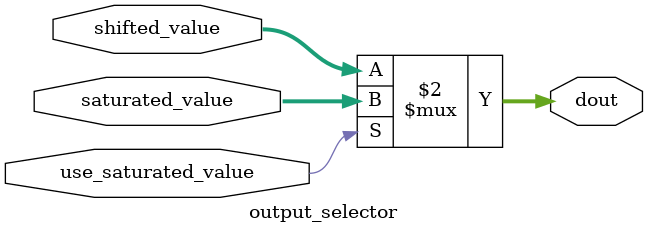
<source format=sv>
module saturating_shifter (
    input [7:0] din,
    input [2:0] shift,
    output [7:0] dout
);
    // 控制信号
    wire use_saturated_value;
    wire [7:0] shifted_value;
    wire [7:0] saturated_value;

    // 子模块实例化
    shift_controller u_shift_controller (
        .shift(shift),
        .use_saturated_value(use_saturated_value)
    );

    // 替换简单的移位操作为基于Karatsuba算法的乘法
    karatsuba_multiplier u_shift_operator (
        .din(din),
        .shift(shift),
        .result(shifted_value)
    );

    saturator u_saturator (
        .saturated_value(saturated_value)
    );

    output_selector u_output_selector (
        .shifted_value(shifted_value),
        .saturated_value(saturated_value),
        .use_saturated_value(use_saturated_value),
        .dout(dout)
    );
endmodule

// 移位控制器子模块 - 决定是否使用饱和值
module shift_controller (
    input [2:0] shift,
    output reg use_saturated_value
);
    always @* begin
        use_saturated_value = (shift > 3'd5);
    end
endmodule

// Karatsuba乘法器 - 使用递归Karatsuba算法实现乘法
module karatsuba_multiplier (
    input [7:0] din,
    input [2:0] shift,
    output [7:0] result
);
    wire [7:0] multiplier;
    
    // 根据shift值生成乘数
    assign multiplier = (8'd1 << shift);
    
    // 内部信号定义
    wire [15:0] full_result;
    
    // 实现Karatsuba乘法
    karatsuba_8bit k_mult (
        .a(din),
        .b(multiplier),
        .result(full_result)
    );
    
    // 取低8位作为结果
    assign result = full_result[7:0];
endmodule

// 递归Karatsuba 8位乘法器
module karatsuba_8bit (
    input [7:0] a,
    input [7:0] b,
    output [15:0] result
);
    // 将8位数分解为高低各4位
    wire [3:0] a_high, a_low, b_high, b_low;
    assign a_high = a[7:4];
    assign a_low = a[3:0];
    assign b_high = b[7:4];
    assign b_low = b[3:0];
    
    // 计算三个乘积
    wire [7:0] z0, z1, z2;
    karatsuba_4bit k_low (
        .a(a_low),
        .b(b_low),
        .result(z0)
    );
    
    karatsuba_4bit k_high (
        .a(a_high),
        .b(b_high),
        .result(z2)
    );
    
    wire [3:0] a_sum, b_sum;
    assign a_sum = a_high + a_low;
    assign b_sum = b_high + b_low;
    
    wire [7:0] z1_full;
    karatsuba_4bit k_mid (
        .a(a_sum),
        .b(b_sum),
        .result(z1_full)
    );
    
    assign z1 = z1_full - z2 - z0;
    
    // 计算最终结果
    assign result = {z2, 8'b0} + {z1, 4'b0} + z0;
endmodule

// 4位Karatsuba乘法器
module karatsuba_4bit (
    input [3:0] a,
    input [3:0] b,
    output [7:0] result
);
    // 将4位数分解为高低各2位
    wire [1:0] a_high, a_low, b_high, b_low;
    assign a_high = a[3:2];
    assign a_low = a[1:0];
    assign b_high = b[3:2];
    assign b_low = b[1:0];
    
    // 计算三个乘积
    wire [3:0] z0, z1, z2;
    
    // 2位乘法直接计算
    assign z0 = a_low * b_low;
    assign z2 = a_high * b_high;
    
    wire [1:0] a_sum, b_sum;
    assign a_sum = a_high + a_low;
    assign b_sum = b_high + b_low;
    
    wire [3:0] z1_full;
    assign z1_full = a_sum * b_sum;
    assign z1 = z1_full - z2 - z0;
    
    // 计算最终结果
    assign result = {z2, 4'b0} + {z1, 2'b0} + z0;
endmodule

// 饱和值生成子模块
module saturator (
    output [7:0] saturated_value
);
    assign saturated_value = 8'hFF;
endmodule

// 输出选择器子模块 - 根据条件选择输出值
module output_selector (
    input [7:0] shifted_value,
    input [7:0] saturated_value,
    input use_saturated_value,
    output reg [7:0] dout
);
    always @* begin
        dout = use_saturated_value ? saturated_value : shifted_value;
    end
endmodule
</source>
